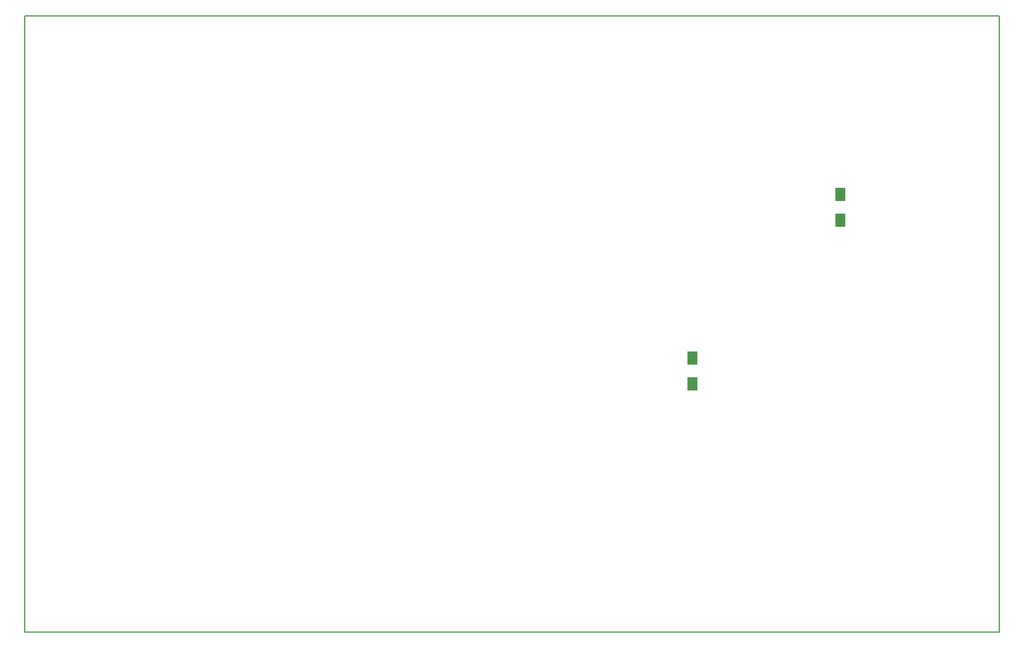
<source format=gbr>
G04 #@! TF.FileFunction,Paste,Bot*
%FSLAX46Y46*%
G04 Gerber Fmt 4.6, Leading zero omitted, Abs format (unit mm)*
G04 Created by KiCad (PCBNEW 4.0.2-4+6225~38~ubuntu15.10.1-stable) date 2016. ápr.  9., szombat, 23.34.49 CEST*
%MOMM*%
G01*
G04 APERTURE LIST*
%ADD10C,0.100000*%
%ADD11C,0.150000*%
%ADD12R,1.600000X2.000000*%
G04 APERTURE END LIST*
D10*
D11*
X180000000Y-30000000D02*
X180000000Y-30500000D01*
X30000000Y-30000000D02*
X180000000Y-30000000D01*
X30000000Y-125000000D02*
X30000000Y-30000000D01*
X180000000Y-125000000D02*
X30000000Y-125000000D01*
X180000000Y-30500000D02*
X180000000Y-125000000D01*
D12*
X155500000Y-61500000D03*
X155500000Y-57500000D03*
X132750000Y-82750000D03*
X132750000Y-86750000D03*
M02*

</source>
